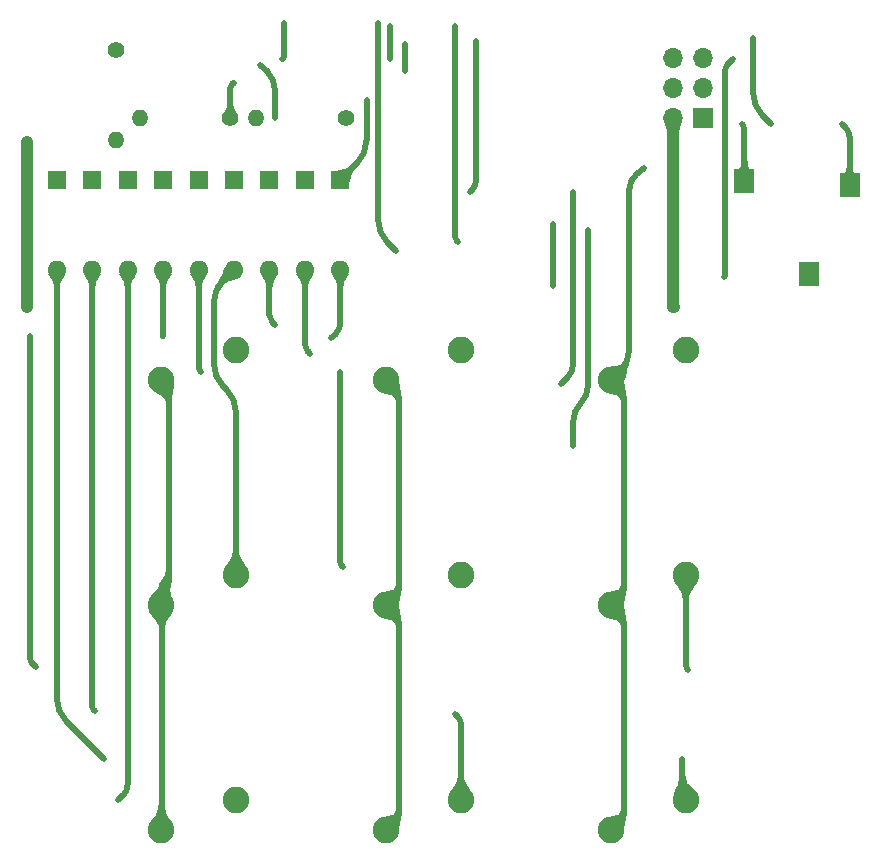
<source format=gbr>
%TF.GenerationSoftware,KiCad,Pcbnew,(6.0.4)*%
%TF.CreationDate,2022-06-27T22:40:44-04:00*%
%TF.ProjectId,xiao-rp2040-keypad,7869616f-2d72-4703-9230-34302d6b6579,rev?*%
%TF.SameCoordinates,Original*%
%TF.FileFunction,Copper,L2,Bot*%
%TF.FilePolarity,Positive*%
%FSLAX46Y46*%
G04 Gerber Fmt 4.6, Leading zero omitted, Abs format (unit mm)*
G04 Created by KiCad (PCBNEW (6.0.4)) date 2022-06-27 22:40:44*
%MOMM*%
%LPD*%
G01*
G04 APERTURE LIST*
%TA.AperFunction,ComponentPad*%
%ADD10C,1.400000*%
%TD*%
%TA.AperFunction,ComponentPad*%
%ADD11O,1.400000X1.400000*%
%TD*%
%TA.AperFunction,ComponentPad*%
%ADD12R,1.600000X1.600000*%
%TD*%
%TA.AperFunction,ComponentPad*%
%ADD13O,1.600000X1.600000*%
%TD*%
%TA.AperFunction,ComponentPad*%
%ADD14C,2.250000*%
%TD*%
%TA.AperFunction,SMDPad,CuDef*%
%ADD15R,1.800000X2.100000*%
%TD*%
%TA.AperFunction,ComponentPad*%
%ADD16R,1.700000X1.700000*%
%TD*%
%TA.AperFunction,ComponentPad*%
%ADD17O,1.700000X1.700000*%
%TD*%
%TA.AperFunction,ViaPad*%
%ADD18C,0.500000*%
%TD*%
%TA.AperFunction,Conductor*%
%ADD19C,0.500000*%
%TD*%
%TA.AperFunction,Conductor*%
%ADD20C,1.000000*%
%TD*%
G04 APERTURE END LIST*
D10*
%TO.P,R2,1*%
%TO.N,Net-(R2-Pad1)*%
X112274466Y-57535534D03*
D11*
%TO.P,R2,2*%
%TO.N,3V3*%
X104654466Y-57535534D03*
%TD*%
D12*
%TO.P,D12,1,K*%
%TO.N,ROW3*%
X87784466Y-62725534D03*
D13*
%TO.P,D12,2,A*%
%TO.N,Net-(D12-Pad2)*%
X87784466Y-70345534D03*
%TD*%
D14*
%TO.P,SW6,1*%
%TO.N,COL3*%
X134690000Y-98745534D03*
%TO.P,SW6,2*%
%TO.N,Net-(D9-Pad2)*%
X141040000Y-96205534D03*
%TD*%
D12*
%TO.P,D5,1,K*%
%TO.N,ROW1*%
X108784466Y-62725534D03*
D13*
%TO.P,D5,2,A*%
%TO.N,Net-(D5-Pad2)*%
X108784466Y-70345534D03*
%TD*%
D14*
%TO.P,SW7,1*%
%TO.N,COL1*%
X96590000Y-117795534D03*
%TO.P,SW7,2*%
%TO.N,Net-(D10-Pad2)*%
X102940000Y-115255534D03*
%TD*%
D12*
%TO.P,D7,1,K*%
%TO.N,ROW2*%
X102784466Y-62725534D03*
D13*
%TO.P,D7,2,A*%
%TO.N,Net-(D7-Pad2)*%
X102784466Y-70345534D03*
%TD*%
D14*
%TO.P,SW3,1*%
%TO.N,COL3*%
X134690000Y-79695534D03*
%TO.P,SW3,2*%
%TO.N,Net-(D6-Pad2)*%
X141040000Y-77155534D03*
%TD*%
%TO.P,SW2,1*%
%TO.N,COL2*%
X115640000Y-79695534D03*
%TO.P,SW2,2*%
%TO.N,Net-(D5-Pad2)*%
X121990000Y-77155534D03*
%TD*%
D10*
%TO.P,R1,1*%
%TO.N,Net-(R1-Pad1)*%
X92750000Y-51725534D03*
D11*
%TO.P,R1,2*%
%TO.N,3V3*%
X92750000Y-59345534D03*
%TD*%
D12*
%TO.P,D10,1,K*%
%TO.N,ROW3*%
X93784466Y-62725534D03*
D13*
%TO.P,D10,2,A*%
%TO.N,Net-(D10-Pad2)*%
X93784466Y-70345534D03*
%TD*%
D14*
%TO.P,SW1,1*%
%TO.N,COL1*%
X96590000Y-79695534D03*
%TO.P,SW1,2*%
%TO.N,Net-(D4-Pad2)*%
X102940000Y-77155534D03*
%TD*%
%TO.P,SW8,1*%
%TO.N,COL2*%
X115640000Y-117795534D03*
%TO.P,SW8,2*%
%TO.N,Net-(D11-Pad2)*%
X121990000Y-115255534D03*
%TD*%
D12*
%TO.P,D6,1,K*%
%TO.N,ROW1*%
X105784466Y-62725534D03*
D13*
%TO.P,D6,2,A*%
%TO.N,Net-(D6-Pad2)*%
X105784466Y-70345534D03*
%TD*%
D14*
%TO.P,SW9,1*%
%TO.N,COL3*%
X134690000Y-117795534D03*
%TO.P,SW9,2*%
%TO.N,Net-(D12-Pad2)*%
X141040000Y-115255534D03*
%TD*%
D12*
%TO.P,D8,1,K*%
%TO.N,ROW2*%
X99784466Y-62725534D03*
D13*
%TO.P,D8,2,A*%
%TO.N,Net-(D8-Pad2)*%
X99784466Y-70345534D03*
%TD*%
D14*
%TO.P,SW4,1*%
%TO.N,COL1*%
X96590000Y-98745534D03*
%TO.P,SW4,2*%
%TO.N,Net-(D7-Pad2)*%
X102940000Y-96205534D03*
%TD*%
D12*
%TO.P,D11,1,K*%
%TO.N,ROW3*%
X90784466Y-62725534D03*
D13*
%TO.P,D11,2,A*%
%TO.N,Net-(D11-Pad2)*%
X90784466Y-70345534D03*
%TD*%
D14*
%TO.P,SW5,1*%
%TO.N,COL2*%
X115640000Y-98745534D03*
%TO.P,SW5,2*%
%TO.N,Net-(D8-Pad2)*%
X121990000Y-96205534D03*
%TD*%
D12*
%TO.P,D4,1,K*%
%TO.N,ROW1*%
X111784466Y-62725534D03*
D13*
%TO.P,D4,2,A*%
%TO.N,Net-(D4-Pad2)*%
X111784466Y-70345534D03*
%TD*%
D10*
%TO.P,R3,1*%
%TO.N,Net-(R3-Pad1)*%
X102464466Y-57535534D03*
D11*
%TO.P,R3,2*%
%TO.N,3V3*%
X94844466Y-57535534D03*
%TD*%
D12*
%TO.P,D9,1,K*%
%TO.N,ROW2*%
X96784466Y-62725534D03*
D13*
%TO.P,D9,2,A*%
%TO.N,Net-(D9-Pad2)*%
X96784466Y-70345534D03*
%TD*%
D15*
%TO.P,J2,1*%
%TO.N,TIP*%
X154900000Y-63214466D03*
%TO.P,J2,2*%
%TO.N,GND*%
X146000000Y-62814466D03*
%TO.P,J2,3*%
%TO.N,RING1*%
X151500000Y-70714466D03*
%TD*%
D16*
%TO.P,J1,1,Pin_1*%
%TO.N,GND*%
X142500000Y-57500000D03*
D17*
%TO.P,J1,2,Pin_2*%
%TO.N,3V3*%
X139960000Y-57500000D03*
%TO.P,J1,3,Pin_3*%
%TO.N,GND*%
X142500000Y-54960000D03*
%TO.P,J1,4,Pin_4*%
%TO.N,5V*%
X139960000Y-54960000D03*
%TO.P,J1,5,Pin_5*%
%TO.N,RING1*%
X142500000Y-52420000D03*
%TO.P,J1,6,Pin_6*%
%TO.N,TIP*%
X139960000Y-52420000D03*
%TD*%
D18*
%TO.N,Net-(D1-Pad1)*%
X117286020Y-51213980D03*
X117286020Y-53536020D03*
%TO.N,ROW1*%
X114000000Y-56000000D03*
%TO.N,Net-(R2-Pad1)*%
X106250000Y-57500000D03*
X105000000Y-53000000D03*
%TO.N,Net-(U1-Pad8)*%
X121750000Y-68000000D03*
X116000000Y-49750000D03*
X121500000Y-49750000D03*
X116000000Y-52500000D03*
%TO.N,Net-(D4-Pad2)*%
X111000000Y-76156014D03*
%TO.N,Net-(D5-Pad2)*%
X109250000Y-77500000D03*
%TO.N,Net-(D6-Pad2)*%
X106250000Y-75000000D03*
%TO.N,Net-(D8-Pad2)*%
X111750000Y-79000000D03*
X112000000Y-95500000D03*
X100000000Y-79000000D03*
%TO.N,Net-(D9-Pad2)*%
X86000000Y-104000000D03*
X85500000Y-76000000D03*
X96750000Y-76000000D03*
X141250000Y-104250000D03*
%TO.N,Net-(D10-Pad2)*%
X93000000Y-115250000D03*
%TO.N,Net-(D11-Pad2)*%
X91000000Y-107750000D03*
X121500000Y-108000000D03*
%TO.N,TIP*%
X154250000Y-58000000D03*
X122750000Y-63750000D03*
X123250000Y-51000000D03*
X148250000Y-58000000D03*
X146750000Y-50750000D03*
%TO.N,RING1*%
X129750000Y-66500000D03*
X144250000Y-71000000D03*
X151500000Y-70714466D03*
X145000000Y-52500000D03*
X129750000Y-71750000D03*
%TO.N,GND*%
X145750000Y-58000000D03*
%TO.N,COL1*%
X97250000Y-85250000D03*
X132750000Y-67000000D03*
X131500000Y-85250000D03*
%TO.N,COL2*%
X131500000Y-63750000D03*
X130500000Y-80000000D03*
%TO.N,COL3*%
X137500000Y-61750000D03*
%TO.N,Net-(R3-Pad1)*%
X102750000Y-54500000D03*
%TO.N,Net-(D12-Pad2)*%
X140750000Y-111750000D03*
X91750000Y-111750000D03*
%TO.N,3V3*%
X140000000Y-73500000D03*
X85250000Y-59500000D03*
X85250000Y-73500000D03*
%TO.N,Net-(D2-Pad1)*%
X115000000Y-49500000D03*
X116500000Y-68750000D03*
X106864466Y-52535534D03*
X107000000Y-49500000D03*
%TD*%
D19*
%TO.N,Net-(D1-Pad1)*%
X117286020Y-53536020D02*
X117286020Y-51213980D01*
%TO.N,ROW1*%
X113203103Y-61306896D02*
X111784466Y-62725534D01*
X114000000Y-56000000D02*
X114000000Y-59383018D01*
X113203100Y-61306893D02*
G75*
G03*
X114000000Y-59383018I-1923900J1923893D01*
G01*
%TO.N,Net-(R2-Pad1)*%
X105625000Y-53625000D02*
X105000000Y-53000000D01*
X106250000Y-55133883D02*
X106250000Y-57500000D01*
X105624995Y-53625005D02*
G75*
G02*
X106250000Y-55133883I-1508895J-1508895D01*
G01*
%TO.N,Net-(U1-Pad8)*%
X121625000Y-67875000D02*
X121750000Y-68000000D01*
X116000000Y-52500000D02*
X116000000Y-49750000D01*
X121500000Y-67573223D02*
X121500000Y-49750000D01*
X121625007Y-67874993D02*
G75*
G02*
X121500000Y-67573223I301793J301793D01*
G01*
%TO.N,Net-(D4-Pad2)*%
X111392233Y-75763781D02*
X111000000Y-76156014D01*
X111784466Y-74816846D02*
X111784466Y-70345534D01*
X111784499Y-74816846D02*
G75*
G02*
X111392233Y-75763781I-1339199J46D01*
G01*
%TO.N,Net-(D5-Pad2)*%
X109250000Y-77500000D02*
X109017233Y-77267233D01*
X108784466Y-76705283D02*
X108784466Y-70345534D01*
X109017221Y-77267245D02*
G75*
G02*
X108784466Y-76705283I561979J561945D01*
G01*
%TO.N,Net-(D6-Pad2)*%
X106250000Y-75000000D02*
X106017233Y-74767233D01*
X105784466Y-74205283D02*
X105784466Y-70345534D01*
X106017221Y-74767245D02*
G75*
G02*
X105784466Y-74205283I561979J561945D01*
G01*
%TO.N,Net-(D7-Pad2)*%
X101065489Y-73191492D02*
X101065489Y-78283028D01*
X101862385Y-71267614D02*
X102784466Y-70345534D01*
X102143103Y-80487624D02*
X101862385Y-80206906D01*
X102940000Y-82411502D02*
X102940000Y-96205534D01*
X102939990Y-82411502D02*
G75*
G03*
X102143103Y-80487624I-2720790J2D01*
G01*
X101862392Y-80206899D02*
G75*
G02*
X101065489Y-78283028I1923908J1923899D01*
G01*
X101065494Y-73191492D02*
G75*
G02*
X101862385Y-71267614I2720806J-8D01*
G01*
%TO.N,Net-(D8-Pad2)*%
X100000000Y-79000000D02*
X99892233Y-78892233D01*
X111750000Y-79000000D02*
X111750000Y-95073223D01*
X112000000Y-95500000D02*
X111875000Y-95375000D01*
X99784466Y-78632060D02*
X99784466Y-70345534D01*
X99784493Y-78632060D02*
G75*
G03*
X99892233Y-78892233I367907J-40D01*
G01*
X111875007Y-95374993D02*
G75*
G02*
X111750000Y-95073223I301793J301793D01*
G01*
%TO.N,Net-(D9-Pad2)*%
X85750000Y-103750000D02*
X86000000Y-104000000D01*
X96784466Y-75941162D02*
X96784466Y-70345534D01*
X141145000Y-104145000D02*
X141250000Y-104250000D01*
X141040000Y-103891507D02*
X141040000Y-96205534D01*
X85500000Y-76000000D02*
X85500000Y-103146446D01*
X96767233Y-75982767D02*
X96750000Y-76000000D01*
X85749984Y-103750016D02*
G75*
G02*
X85500000Y-103146446I603516J603516D01*
G01*
X141145002Y-104144998D02*
G75*
G02*
X141040000Y-103891507I253498J253498D01*
G01*
X96784431Y-75941162D02*
G75*
G02*
X96767233Y-75982767I-58831J-38D01*
G01*
%TO.N,Net-(D10-Pad2)*%
X93392233Y-114857767D02*
X93000000Y-115250000D01*
X93784466Y-113910832D02*
X93784466Y-70345534D01*
X93784489Y-113910832D02*
G75*
G02*
X93392233Y-114857767I-1339189J32D01*
G01*
%TO.N,Net-(D11-Pad2)*%
X90784466Y-107382060D02*
X90784466Y-70345534D01*
X121745000Y-108245000D02*
X121500000Y-108000000D01*
X90892233Y-107642233D02*
X91000000Y-107750000D01*
X121990000Y-108836482D02*
X121990000Y-115255534D01*
X121990007Y-108836482D02*
G75*
G03*
X121745000Y-108245000I-836507J-18D01*
G01*
X90784493Y-107382060D02*
G75*
G03*
X90892233Y-107642233I367907J-40D01*
G01*
%TO.N,TIP*%
X123250000Y-51000000D02*
X123250000Y-62896446D01*
X154900000Y-59109619D02*
X154900000Y-63214466D01*
X148250000Y-58000000D02*
X147500000Y-57250000D01*
X122750000Y-63750000D02*
X123000000Y-63500000D01*
X146750000Y-50750000D02*
X146750000Y-55439339D01*
X154250000Y-58000000D02*
X154575000Y-58325000D01*
X154575006Y-58324994D02*
G75*
G02*
X154900000Y-59109619I-784606J-784606D01*
G01*
X146749984Y-55439339D02*
G75*
G03*
X147500000Y-57250000I2560716J39D01*
G01*
X123250019Y-62896446D02*
G75*
G02*
X123000000Y-63500000I-853619J46D01*
G01*
%TO.N,RING1*%
X145000000Y-52500000D02*
X144675244Y-52824755D01*
X129750000Y-71750000D02*
X129750000Y-66500000D01*
X144350489Y-70828454D02*
X144350489Y-53608784D01*
X144300244Y-70949755D02*
X144250000Y-71000000D01*
X144350514Y-70828454D02*
G75*
G02*
X144300244Y-70949755I-171614J54D01*
G01*
X144675247Y-52824758D02*
G75*
G03*
X144350489Y-53608784I784053J-784042D01*
G01*
%TO.N,GND*%
X146000000Y-58426776D02*
X146000000Y-62814466D01*
X145750000Y-58000000D02*
X145875000Y-58125000D01*
X145874993Y-58125007D02*
G75*
G02*
X146000000Y-58426776I-301793J-301793D01*
G01*
%TO.N,COL1*%
X97250000Y-95893347D02*
X97250000Y-85250000D01*
X96617260Y-117768273D02*
X96590000Y-117795534D01*
X96920000Y-80025534D02*
X96590000Y-79695534D01*
X131500000Y-85250000D02*
X131500000Y-83166260D01*
X97250000Y-85250000D02*
X97250000Y-80822224D01*
X96590000Y-97486728D02*
X96590000Y-98745534D01*
X96644521Y-117702460D02*
X96644521Y-98838607D01*
X132750000Y-67000000D02*
X132750000Y-80148493D01*
X96617290Y-117768303D02*
G75*
G03*
X96644521Y-117702460I-65890J65803D01*
G01*
X96590023Y-97486728D02*
G75*
G02*
X96920000Y-96690038I1126677J28D01*
G01*
X97249979Y-80822224D02*
G75*
G03*
X96919999Y-80025535I-1126679J24D01*
G01*
X96617273Y-98772781D02*
G75*
G02*
X96644521Y-98838607I-65873J-65819D01*
G01*
X131499977Y-83166260D02*
G75*
G02*
X132125000Y-81657377I2133923J-40D01*
G01*
X96919978Y-96690016D02*
G75*
G03*
X97250000Y-95893347I-796678J796716D01*
G01*
X132749990Y-80148493D02*
G75*
G02*
X132125000Y-81657377I-2133890J-7D01*
G01*
%TO.N,COL2*%
X131500000Y-63750000D02*
X131500000Y-78292893D01*
X116202500Y-117233034D02*
X115640000Y-117795534D01*
X131000000Y-79500000D02*
X130500000Y-80000000D01*
X116765000Y-115875038D02*
X116765000Y-100666029D01*
X116202500Y-80258034D02*
X115640000Y-79695534D01*
X116765000Y-81616029D02*
X116765000Y-96825038D01*
X116764977Y-100666029D02*
G75*
G03*
X116202499Y-99308035I-1920477J29D01*
G01*
X116764977Y-81616029D02*
G75*
G03*
X116202499Y-80258035I-1920477J29D01*
G01*
X116202466Y-98183000D02*
G75*
G03*
X116202500Y-99308034I562534J-562500D01*
G01*
X131499997Y-78292893D02*
G75*
G02*
X131000000Y-79500000I-1707097J-7D01*
G01*
X116765026Y-115875038D02*
G75*
G02*
X116202500Y-117233034I-1920526J38D01*
G01*
X116765026Y-96825038D02*
G75*
G02*
X116202500Y-98183034I-1920526J38D01*
G01*
%TO.N,COL3*%
X137500000Y-61750000D02*
X136875000Y-62250000D01*
X135815000Y-100666029D02*
X135815000Y-115875038D01*
X135252500Y-79133034D02*
X135470000Y-78915534D01*
X135252500Y-117233034D02*
X134690000Y-117795534D01*
X135815000Y-81616029D02*
X135815000Y-96825038D01*
X136250000Y-63550390D02*
X136250000Y-77032447D01*
X135814977Y-81616029D02*
G75*
G03*
X135252499Y-80258035I-1920477J29D01*
G01*
X135252516Y-99308018D02*
G75*
G02*
X135815000Y-100666029I-1358016J-1357982D01*
G01*
X136250029Y-77032447D02*
G75*
G02*
X135470000Y-78915534I-2663129J47D01*
G01*
X135252534Y-99308000D02*
G75*
G02*
X135252500Y-98183034I562466J562500D01*
G01*
X135252482Y-117233016D02*
G75*
G03*
X135815000Y-115875038I-1357982J1358016D01*
G01*
X135252534Y-80258000D02*
G75*
G02*
X135252500Y-79133034I562466J562500D01*
G01*
X135815026Y-96825038D02*
G75*
G02*
X135252500Y-98183034I-1920526J38D01*
G01*
X136249988Y-63550390D02*
G75*
G02*
X136875000Y-62250000I1665312J-10D01*
G01*
%TO.N,Net-(R3-Pad1)*%
X102750000Y-54500000D02*
X102607233Y-54642767D01*
X102464466Y-54987437D02*
X102464466Y-57535534D01*
X102607215Y-54642749D02*
G75*
G03*
X102464466Y-54987437I344685J-344651D01*
G01*
%TO.N,Net-(D12-Pad2)*%
X87784466Y-106657484D02*
X87784466Y-70345534D01*
X140750000Y-111750000D02*
X140750000Y-114760473D01*
X88581362Y-108581362D02*
X91750000Y-111750000D01*
X140895000Y-115110534D02*
X141040000Y-115255534D01*
X140894978Y-115110556D02*
G75*
G02*
X140750000Y-114760473I350122J350056D01*
G01*
X87784466Y-106657484D02*
G75*
G03*
X88581363Y-108581361I2720734J-16D01*
G01*
D20*
%TO.N,3V3*%
X139980000Y-73480000D02*
X140000000Y-73500000D01*
X139960000Y-73431715D02*
X139960000Y-57500000D01*
X85250000Y-73500000D02*
X85250000Y-59500000D01*
X139980005Y-73479995D02*
G75*
G02*
X139960000Y-73431715I48295J48295D01*
G01*
D19*
%TO.N,Net-(D2-Pad1)*%
X115000000Y-49500000D02*
X115000000Y-66189339D01*
X116500000Y-68750000D02*
X115750000Y-68000000D01*
X106864466Y-52535534D02*
X106932233Y-52467767D01*
X107000000Y-52304162D02*
X107000000Y-49500000D01*
X114999984Y-66189339D02*
G75*
G03*
X115750000Y-68000000I2560716J39D01*
G01*
X106932258Y-52467792D02*
G75*
G03*
X107000000Y-52304162I-163658J163592D01*
G01*
%TD*%
%TA.AperFunction,Conductor*%
%TO.N,COL2*%
G36*
X115292254Y-79268366D02*
G01*
X116366576Y-79561521D01*
X116756512Y-79667925D01*
X116763591Y-79673409D01*
X116765118Y-79678652D01*
X116775690Y-79899974D01*
X116795831Y-80095659D01*
X116822864Y-80266671D01*
X116822884Y-80266769D01*
X116822885Y-80266775D01*
X116854514Y-80422442D01*
X116854519Y-80422465D01*
X116888528Y-80572494D01*
X116888512Y-80572498D01*
X116888540Y-80572548D01*
X116922578Y-80726024D01*
X116922648Y-80726360D01*
X116954477Y-80892817D01*
X116954564Y-80893336D01*
X116981933Y-81082238D01*
X116982002Y-81082814D01*
X116994164Y-81212813D01*
X117002672Y-81303759D01*
X117002711Y-81304328D01*
X117013892Y-81555101D01*
X117010837Y-81563518D01*
X117002469Y-81567319D01*
X116670089Y-81574816D01*
X116525187Y-81578085D01*
X116516839Y-81574846D01*
X116513304Y-81567761D01*
X116512803Y-81563518D01*
X116489849Y-81369322D01*
X116429371Y-81211967D01*
X116337465Y-81097170D01*
X116218483Y-81015847D01*
X116076771Y-80958909D01*
X116076412Y-80958816D01*
X116076407Y-80958814D01*
X116013969Y-80942574D01*
X115916680Y-80917270D01*
X115916543Y-80917242D01*
X115916534Y-80917240D01*
X115742610Y-80881853D01*
X115742556Y-80881842D01*
X115559074Y-80843608D01*
X115558456Y-80843462D01*
X115486577Y-80824360D01*
X115370171Y-80793424D01*
X115369083Y-80793076D01*
X115187655Y-80725025D01*
X115181113Y-80718912D01*
X115180092Y-80713278D01*
X115277501Y-79278860D01*
X115281480Y-79270838D01*
X115289967Y-79267980D01*
X115292254Y-79268366D01*
G37*
%TD.AperFunction*%
%TD*%
%TA.AperFunction,Conductor*%
%TO.N,COL1*%
G36*
X97707051Y-79692682D02*
G01*
X97713681Y-79698702D01*
X97714797Y-79703977D01*
X97708987Y-79945058D01*
X97708956Y-79945671D01*
X97692663Y-80158106D01*
X97692601Y-80158709D01*
X97668591Y-80344634D01*
X97668518Y-80345118D01*
X97639344Y-80514809D01*
X97639299Y-80515057D01*
X97607500Y-80678839D01*
X97575680Y-80846734D01*
X97546439Y-81028834D01*
X97546427Y-81028941D01*
X97546424Y-81028959D01*
X97545332Y-81038327D01*
X97522360Y-81235335D01*
X97506020Y-81476435D01*
X97506017Y-81476582D01*
X97506016Y-81476602D01*
X97500241Y-81750877D01*
X97496641Y-81759076D01*
X97488544Y-81762331D01*
X97010900Y-81762331D01*
X97002627Y-81758904D01*
X96999229Y-81751458D01*
X96984873Y-81548949D01*
X96984837Y-81548435D01*
X96941301Y-81376776D01*
X96872317Y-81239666D01*
X96780812Y-81129413D01*
X96669712Y-81038327D01*
X96654476Y-81028834D01*
X96542105Y-80958820D01*
X96542098Y-80958816D01*
X96541944Y-80958720D01*
X96490936Y-80931391D01*
X96400462Y-80882915D01*
X96400435Y-80882901D01*
X96331152Y-80846641D01*
X96248298Y-80803278D01*
X96247930Y-80803077D01*
X96088262Y-80712075D01*
X96087546Y-80711632D01*
X95929823Y-80606028D01*
X95924855Y-80598578D01*
X95925091Y-80593063D01*
X96324390Y-79209835D01*
X96329977Y-79202838D01*
X96339582Y-79202068D01*
X97707051Y-79692682D01*
G37*
%TD.AperFunction*%
%TD*%
%TA.AperFunction,Conductor*%
%TO.N,Net-(D9-Pad2)*%
G36*
X96792899Y-69954303D02*
G01*
X97498644Y-70688191D01*
X97501909Y-70696530D01*
X97500592Y-70701696D01*
X97431980Y-70833679D01*
X97431367Y-70834858D01*
X97431082Y-70835373D01*
X97360755Y-70955464D01*
X97360580Y-70955754D01*
X97293931Y-71062022D01*
X97232236Y-71160543D01*
X97232201Y-71160605D01*
X97232189Y-71160624D01*
X97196500Y-71222958D01*
X97176766Y-71257423D01*
X97128712Y-71358901D01*
X97128612Y-71359186D01*
X97128609Y-71359193D01*
X97089373Y-71470905D01*
X97089371Y-71470913D01*
X97089265Y-71471214D01*
X97059614Y-71600599D01*
X97040951Y-71753293D01*
X97040942Y-71753533D01*
X97040942Y-71753539D01*
X97034868Y-71924250D01*
X97031149Y-71932396D01*
X97023175Y-71935534D01*
X96545757Y-71935534D01*
X96537484Y-71932107D01*
X96534064Y-71924250D01*
X96527989Y-71753539D01*
X96527989Y-71753533D01*
X96527980Y-71753293D01*
X96509317Y-71600599D01*
X96479666Y-71471214D01*
X96479560Y-71470913D01*
X96479558Y-71470905D01*
X96440322Y-71359193D01*
X96440319Y-71359186D01*
X96440219Y-71358901D01*
X96392165Y-71257423D01*
X96372431Y-71222958D01*
X96336742Y-71160624D01*
X96336730Y-71160605D01*
X96336695Y-71160543D01*
X96275000Y-71062022D01*
X96208351Y-70955754D01*
X96208176Y-70955464D01*
X96137849Y-70835373D01*
X96137564Y-70834858D01*
X96068340Y-70701698D01*
X96067564Y-70692776D01*
X96070288Y-70688191D01*
X96776033Y-69954303D01*
X96784237Y-69950715D01*
X96792899Y-69954303D01*
G37*
%TD.AperFunction*%
%TD*%
%TA.AperFunction,Conductor*%
%TO.N,COL2*%
G36*
X116764713Y-98720163D02*
G01*
X116765926Y-98745559D01*
X116765926Y-98745560D01*
X116775690Y-98949974D01*
X116795831Y-99145659D01*
X116822864Y-99316671D01*
X116822884Y-99316769D01*
X116822885Y-99316775D01*
X116854514Y-99472442D01*
X116854519Y-99472465D01*
X116888528Y-99622494D01*
X116888512Y-99622498D01*
X116888540Y-99622548D01*
X116922578Y-99776024D01*
X116922648Y-99776360D01*
X116954477Y-99942817D01*
X116954564Y-99943336D01*
X116981933Y-100132238D01*
X116982002Y-100132814D01*
X116994164Y-100262813D01*
X117002672Y-100353759D01*
X117002711Y-100354328D01*
X117013892Y-100605101D01*
X117010837Y-100613518D01*
X117002469Y-100617319D01*
X116670089Y-100624816D01*
X116525187Y-100628085D01*
X116516839Y-100624846D01*
X116513304Y-100617761D01*
X116512803Y-100613518D01*
X116489849Y-100419322D01*
X116429371Y-100261967D01*
X116337465Y-100147170D01*
X116218483Y-100065847D01*
X116076771Y-100008909D01*
X116076412Y-100008816D01*
X116076407Y-100008814D01*
X116013969Y-99992574D01*
X115916680Y-99967270D01*
X115916543Y-99967242D01*
X115916534Y-99967240D01*
X115742610Y-99931853D01*
X115742556Y-99931842D01*
X115559074Y-99893608D01*
X115558456Y-99893462D01*
X115486577Y-99874360D01*
X115370171Y-99843424D01*
X115369083Y-99843076D01*
X115187655Y-99775025D01*
X115181113Y-99768912D01*
X115180092Y-99763278D01*
X115189652Y-99622494D01*
X115278469Y-98314604D01*
X116764713Y-98720163D01*
G37*
%TD.AperFunction*%
%TD*%
%TA.AperFunction,Conductor*%
%TO.N,COL3*%
G36*
X135814713Y-98720153D02*
G01*
X135815926Y-98745546D01*
X135815926Y-98745551D01*
X135825693Y-98949963D01*
X135845835Y-99145647D01*
X135872870Y-99316659D01*
X135904528Y-99472452D01*
X135904550Y-99472548D01*
X135938527Y-99622426D01*
X135938539Y-99622480D01*
X135972591Y-99776009D01*
X135972661Y-99776345D01*
X136004491Y-99942801D01*
X136004578Y-99943320D01*
X136031950Y-100132221D01*
X136032019Y-100132797D01*
X136044037Y-100261246D01*
X136052691Y-100353741D01*
X136052730Y-100354310D01*
X136063914Y-100605082D01*
X136060860Y-100613499D01*
X136052490Y-100617300D01*
X135653521Y-100626303D01*
X135575209Y-100628070D01*
X135566861Y-100624831D01*
X135563326Y-100617746D01*
X135539869Y-100419307D01*
X135479388Y-100261952D01*
X135478823Y-100261246D01*
X135388023Y-100147833D01*
X135388020Y-100147830D01*
X135387481Y-100147157D01*
X135268495Y-100065836D01*
X135126782Y-100008901D01*
X135126432Y-100008810D01*
X135126426Y-100008808D01*
X135020373Y-99981226D01*
X134966688Y-99967264D01*
X134792565Y-99931840D01*
X134609078Y-99893607D01*
X134608460Y-99893461D01*
X134420182Y-99843427D01*
X134419078Y-99843074D01*
X134237657Y-99775026D01*
X134231114Y-99768912D01*
X134230093Y-99763278D01*
X134249847Y-99472378D01*
X134328468Y-98314604D01*
X135814713Y-98720153D01*
G37*
%TD.AperFunction*%
%TD*%
%TA.AperFunction,Conductor*%
%TO.N,Net-(D10-Pad2)*%
G36*
X93792899Y-69954303D02*
G01*
X94498644Y-70688191D01*
X94501909Y-70696530D01*
X94500592Y-70701696D01*
X94431980Y-70833679D01*
X94431367Y-70834858D01*
X94431082Y-70835373D01*
X94360755Y-70955464D01*
X94360580Y-70955754D01*
X94293931Y-71062022D01*
X94232236Y-71160543D01*
X94232201Y-71160605D01*
X94232189Y-71160624D01*
X94196500Y-71222958D01*
X94176766Y-71257423D01*
X94128712Y-71358901D01*
X94128612Y-71359186D01*
X94128609Y-71359193D01*
X94089373Y-71470905D01*
X94089371Y-71470913D01*
X94089265Y-71471214D01*
X94059614Y-71600599D01*
X94040951Y-71753293D01*
X94040942Y-71753533D01*
X94040942Y-71753539D01*
X94034868Y-71924250D01*
X94031149Y-71932396D01*
X94023175Y-71935534D01*
X93545757Y-71935534D01*
X93537484Y-71932107D01*
X93534064Y-71924250D01*
X93527989Y-71753539D01*
X93527989Y-71753533D01*
X93527980Y-71753293D01*
X93509317Y-71600599D01*
X93479666Y-71471214D01*
X93479560Y-71470913D01*
X93479558Y-71470905D01*
X93440322Y-71359193D01*
X93440319Y-71359186D01*
X93440219Y-71358901D01*
X93392165Y-71257423D01*
X93372431Y-71222958D01*
X93336742Y-71160624D01*
X93336730Y-71160605D01*
X93336695Y-71160543D01*
X93275000Y-71062022D01*
X93208351Y-70955754D01*
X93208176Y-70955464D01*
X93137849Y-70835373D01*
X93137564Y-70834858D01*
X93068340Y-70701698D01*
X93067564Y-70692776D01*
X93070288Y-70688191D01*
X93776033Y-69954303D01*
X93784237Y-69950715D01*
X93792899Y-69954303D01*
G37*
%TD.AperFunction*%
%TD*%
%TA.AperFunction,Conductor*%
%TO.N,COL3*%
G36*
X136310874Y-78032001D02*
G01*
X136317459Y-78038067D01*
X136317881Y-78046861D01*
X136225876Y-78308847D01*
X136193190Y-78412157D01*
X136153941Y-78536214D01*
X136152158Y-78541848D01*
X136095520Y-78744048D01*
X136050932Y-78924516D01*
X136050915Y-78924592D01*
X136013361Y-79092321D01*
X135977782Y-79256524D01*
X135977755Y-79256643D01*
X135939187Y-79426084D01*
X135939120Y-79426362D01*
X135892508Y-79610257D01*
X135892411Y-79610617D01*
X135832708Y-79818123D01*
X135832594Y-79818494D01*
X135754727Y-80058823D01*
X134294468Y-80095484D01*
X134301256Y-79610449D01*
X134314786Y-78643545D01*
X134318328Y-78635321D01*
X134323197Y-78632480D01*
X134373263Y-78617826D01*
X134521122Y-78574547D01*
X134522175Y-78574291D01*
X134689446Y-78541749D01*
X134717361Y-78536318D01*
X134717986Y-78536215D01*
X134761743Y-78530173D01*
X134902520Y-78510736D01*
X134902601Y-78510725D01*
X135018350Y-78495568D01*
X135075973Y-78488023D01*
X135076097Y-78488000D01*
X135076105Y-78487999D01*
X135237130Y-78458431D01*
X135237133Y-78458430D01*
X135237461Y-78458370D01*
X135307785Y-78436507D01*
X135386110Y-78412157D01*
X135386112Y-78412156D01*
X135386640Y-78411992D01*
X135444384Y-78381157D01*
X135522510Y-78339438D01*
X135522513Y-78339436D01*
X135523114Y-78339115D01*
X135646482Y-78229961D01*
X135756348Y-78074757D01*
X135769034Y-78046861D01*
X135847819Y-77873605D01*
X135854364Y-77867492D01*
X135862501Y-77867464D01*
X136310874Y-78032001D01*
G37*
%TD.AperFunction*%
%TD*%
%TA.AperFunction,Conductor*%
%TO.N,COL2*%
G36*
X116802986Y-96869266D02*
G01*
X117002514Y-96873776D01*
X117010708Y-96877389D01*
X117013938Y-96885995D01*
X117002746Y-97136772D01*
X117002707Y-97137336D01*
X116983330Y-97344397D01*
X116982031Y-97358275D01*
X116981962Y-97358851D01*
X116972344Y-97425228D01*
X116954588Y-97547766D01*
X116954501Y-97548285D01*
X116922670Y-97714745D01*
X116922600Y-97715081D01*
X116919782Y-97727787D01*
X116888549Y-97868612D01*
X116854539Y-98018643D01*
X116822881Y-98174438D01*
X116795845Y-98345453D01*
X116775699Y-98541140D01*
X116764712Y-98770955D01*
X115278465Y-99176461D01*
X115180102Y-97727787D01*
X115182960Y-97719300D01*
X115187666Y-97716039D01*
X115369088Y-97647991D01*
X115370192Y-97647638D01*
X115558471Y-97597604D01*
X115559089Y-97597458D01*
X115742575Y-97559225D01*
X115742629Y-97559214D01*
X115916552Y-97523830D01*
X115916561Y-97523828D01*
X115916698Y-97523800D01*
X116004886Y-97500865D01*
X116076435Y-97482257D01*
X116076441Y-97482255D01*
X116076791Y-97482164D01*
X116218504Y-97425228D01*
X116337490Y-97343905D01*
X116429401Y-97229109D01*
X116464783Y-97137061D01*
X116489625Y-97072431D01*
X116489886Y-97071752D01*
X116513350Y-96873311D01*
X116517725Y-96865498D01*
X116525232Y-96862988D01*
X116802986Y-96869266D01*
G37*
%TD.AperFunction*%
%TD*%
%TA.AperFunction,Conductor*%
%TO.N,COL1*%
G36*
X96891583Y-115540887D02*
G01*
X96894999Y-115548661D01*
X96905937Y-115805067D01*
X96938360Y-116027051D01*
X96989047Y-116213361D01*
X97055255Y-116373947D01*
X97134243Y-116518757D01*
X97134357Y-116518935D01*
X97223245Y-116657705D01*
X97223294Y-116657779D01*
X97319509Y-116800729D01*
X97319650Y-116800943D01*
X97420292Y-116957760D01*
X97420624Y-116958311D01*
X97522929Y-117138839D01*
X97523327Y-117139605D01*
X97621267Y-117346711D01*
X97621706Y-117355655D01*
X97618724Y-117360219D01*
X96571811Y-118349029D01*
X96563443Y-118352218D01*
X96554964Y-118348218D01*
X96254634Y-118004250D01*
X95607816Y-117263449D01*
X95604956Y-117254964D01*
X95606574Y-117249774D01*
X95720160Y-117058821D01*
X95720593Y-117058145D01*
X95836106Y-116891189D01*
X95836425Y-116890750D01*
X95837729Y-116889041D01*
X95947504Y-116745123D01*
X96051701Y-116611497D01*
X96146451Y-116480642D01*
X96210771Y-116373947D01*
X96229169Y-116343428D01*
X96229172Y-116343422D01*
X96229356Y-116343117D01*
X96298016Y-116189479D01*
X96350030Y-116010285D01*
X96373767Y-115856064D01*
X96382949Y-115796412D01*
X96382949Y-115796410D01*
X96382998Y-115796093D01*
X96394023Y-115548639D01*
X96397814Y-115540527D01*
X96405711Y-115537460D01*
X96883310Y-115537460D01*
X96891583Y-115540887D01*
G37*
%TD.AperFunction*%
%TD*%
%TA.AperFunction,Conductor*%
%TO.N,Net-(D11-Pad2)*%
G36*
X122237078Y-113013961D02*
G01*
X122240494Y-113021718D01*
X122251539Y-113271854D01*
X122284418Y-113488316D01*
X122336026Y-113669588D01*
X122403755Y-113825335D01*
X122484993Y-113965225D01*
X122577132Y-114098925D01*
X122577155Y-114098956D01*
X122577168Y-114098975D01*
X122677519Y-114236043D01*
X122677637Y-114236208D01*
X122783496Y-114386170D01*
X122783834Y-114386676D01*
X122892625Y-114559186D01*
X122893053Y-114559922D01*
X122998504Y-114757665D01*
X122999373Y-114766577D01*
X122996613Y-114771280D01*
X121998433Y-115809265D01*
X121990229Y-115812853D01*
X121981567Y-115809265D01*
X120983387Y-114771280D01*
X120980122Y-114762941D01*
X120981496Y-114757665D01*
X121086946Y-114559922D01*
X121087374Y-114559186D01*
X121196165Y-114386676D01*
X121196503Y-114386170D01*
X121302362Y-114236208D01*
X121302480Y-114236043D01*
X121402831Y-114098975D01*
X121402844Y-114098956D01*
X121402867Y-114098925D01*
X121495006Y-113965225D01*
X121576244Y-113825335D01*
X121643973Y-113669588D01*
X121695581Y-113488316D01*
X121728460Y-113271854D01*
X121739506Y-113021718D01*
X121743295Y-113013604D01*
X121751195Y-113010534D01*
X122228805Y-113010534D01*
X122237078Y-113013961D01*
G37*
%TD.AperFunction*%
%TD*%
%TA.AperFunction,Conductor*%
%TO.N,TIP*%
G36*
X155147020Y-61427893D02*
G01*
X155150438Y-61435710D01*
X155158046Y-61630784D01*
X155181098Y-61802883D01*
X155217525Y-61948049D01*
X155265695Y-62073569D01*
X155323978Y-62186729D01*
X155390743Y-62294816D01*
X155390772Y-62294859D01*
X155390780Y-62294872D01*
X155464316Y-62405054D01*
X155464358Y-62405117D01*
X155543080Y-62524745D01*
X155543323Y-62525132D01*
X155625439Y-62661208D01*
X155625780Y-62661813D01*
X155706077Y-62814697D01*
X155706890Y-62823615D01*
X155704152Y-62828247D01*
X154908433Y-63655697D01*
X154900229Y-63659285D01*
X154891567Y-63655697D01*
X154095848Y-62828247D01*
X154092583Y-62819908D01*
X154093923Y-62814697D01*
X154174219Y-62661813D01*
X154174560Y-62661208D01*
X154256676Y-62525132D01*
X154256919Y-62524745D01*
X154335641Y-62405117D01*
X154335683Y-62405054D01*
X154409219Y-62294872D01*
X154409227Y-62294859D01*
X154409256Y-62294816D01*
X154476021Y-62186729D01*
X154534304Y-62073569D01*
X154582474Y-61948049D01*
X154618901Y-61802883D01*
X154641953Y-61630784D01*
X154649561Y-61435709D01*
X154653308Y-61427577D01*
X154661252Y-61424466D01*
X155138747Y-61424466D01*
X155147020Y-61427893D01*
G37*
%TD.AperFunction*%
%TD*%
%TA.AperFunction,Conductor*%
%TO.N,COL1*%
G36*
X97465620Y-95606390D02*
G01*
X97470833Y-95614362D01*
X97527129Y-95963131D01*
X97527266Y-95964437D01*
X97542152Y-96275962D01*
X97542145Y-96277199D01*
X97526266Y-96550352D01*
X97526175Y-96551279D01*
X97509641Y-96669867D01*
X97491968Y-96796619D01*
X97491907Y-96797008D01*
X97475472Y-96890408D01*
X97451816Y-97024846D01*
X97442418Y-97086820D01*
X97418403Y-97245174D01*
X97404232Y-97468088D01*
X97421835Y-97703870D01*
X97483747Y-97962799D01*
X97483913Y-97963206D01*
X97483913Y-97963208D01*
X97599641Y-98248121D01*
X97599579Y-98257076D01*
X97597234Y-98260634D01*
X96590000Y-99308034D01*
X96061297Y-98758247D01*
X96059867Y-98756760D01*
X96059866Y-98756758D01*
X95583641Y-98261544D01*
X95580376Y-98253205D01*
X95581981Y-98247516D01*
X95758848Y-97945845D01*
X95759816Y-97944440D01*
X95964579Y-97689271D01*
X95965413Y-97688339D01*
X96181926Y-97470873D01*
X96182371Y-97470449D01*
X96398373Y-97275180D01*
X96398390Y-97275164D01*
X96430690Y-97245174D01*
X96601238Y-97086820D01*
X96778310Y-96890036D01*
X96917165Y-96669292D01*
X96957321Y-96550827D01*
X97005145Y-96409736D01*
X97005145Y-96409734D01*
X97005378Y-96409048D01*
X97015894Y-96277199D01*
X97030475Y-96094374D01*
X97030475Y-96094371D01*
X97030523Y-96093768D01*
X96981568Y-95718585D01*
X96983896Y-95709938D01*
X96990696Y-95705636D01*
X97456809Y-95604791D01*
X97465620Y-95606390D01*
G37*
%TD.AperFunction*%
%TD*%
%TA.AperFunction,Conductor*%
%TO.N,Net-(D12-Pad2)*%
G36*
X140997137Y-113038900D02*
G01*
X141000550Y-113046594D01*
X141011710Y-113272370D01*
X141045608Y-113468102D01*
X141099840Y-113630755D01*
X141172554Y-113768414D01*
X141261897Y-113889164D01*
X141366018Y-114001093D01*
X141366139Y-114001208D01*
X141366143Y-114001212D01*
X141483007Y-114112232D01*
X141483104Y-114112323D01*
X141611071Y-114230724D01*
X141611286Y-114230929D01*
X141670825Y-114289010D01*
X141748284Y-114364574D01*
X141748730Y-114365033D01*
X141887512Y-114516083D01*
X141890586Y-114524494D01*
X141889124Y-114529679D01*
X141349164Y-115501904D01*
X141189907Y-115788653D01*
X141182895Y-115794221D01*
X141173603Y-115792971D01*
X139942974Y-115045118D01*
X139937684Y-115037893D01*
X139937665Y-115032422D01*
X139993510Y-114796649D01*
X139993773Y-114795714D01*
X140060814Y-114590435D01*
X140061108Y-114589634D01*
X140085653Y-114529680D01*
X140133929Y-114411763D01*
X140134145Y-114411269D01*
X140155660Y-114365033D01*
X140209213Y-114249942D01*
X140218321Y-114230724D01*
X140282806Y-114094660D01*
X140282816Y-114094638D01*
X140282849Y-114094568D01*
X140297745Y-114059765D01*
X140351192Y-113934893D01*
X140351195Y-113934886D01*
X140351285Y-113934675D01*
X140410870Y-113759541D01*
X140457952Y-113558444D01*
X140488879Y-113320662D01*
X140499562Y-113046717D01*
X140503309Y-113038584D01*
X140511253Y-113035473D01*
X140988864Y-113035473D01*
X140997137Y-113038900D01*
G37*
%TD.AperFunction*%
%TD*%
%TA.AperFunction,Conductor*%
%TO.N,COL3*%
G36*
X135852986Y-96869266D02*
G01*
X136052514Y-96873776D01*
X136060708Y-96877389D01*
X136063938Y-96885995D01*
X136052746Y-97136772D01*
X136052707Y-97137336D01*
X136033330Y-97344397D01*
X136032031Y-97358275D01*
X136031962Y-97358851D01*
X136022344Y-97425228D01*
X136004588Y-97547766D01*
X136004501Y-97548285D01*
X135972670Y-97714745D01*
X135972600Y-97715081D01*
X135969782Y-97727787D01*
X135938549Y-97868612D01*
X135904539Y-98018643D01*
X135872881Y-98174438D01*
X135845845Y-98345453D01*
X135825699Y-98541140D01*
X135815926Y-98745551D01*
X135815926Y-98745556D01*
X135814712Y-98770955D01*
X134328465Y-99176461D01*
X134230102Y-97727787D01*
X134232960Y-97719300D01*
X134237666Y-97716039D01*
X134419088Y-97647991D01*
X134420192Y-97647638D01*
X134608471Y-97597604D01*
X134609089Y-97597458D01*
X134792575Y-97559225D01*
X134792629Y-97559214D01*
X134966552Y-97523830D01*
X134966561Y-97523828D01*
X134966698Y-97523800D01*
X135054886Y-97500865D01*
X135126435Y-97482257D01*
X135126441Y-97482255D01*
X135126791Y-97482164D01*
X135268504Y-97425228D01*
X135387490Y-97343905D01*
X135479401Y-97229109D01*
X135514783Y-97137061D01*
X135539625Y-97072431D01*
X135539886Y-97071752D01*
X135563350Y-96873311D01*
X135567725Y-96865498D01*
X135575232Y-96862988D01*
X135852986Y-96869266D01*
G37*
%TD.AperFunction*%
%TD*%
%TA.AperFunction,Conductor*%
%TO.N,Net-(D4-Pad2)*%
G36*
X111792899Y-69954303D02*
G01*
X112498644Y-70688191D01*
X112501909Y-70696530D01*
X112500592Y-70701696D01*
X112431980Y-70833679D01*
X112431367Y-70834858D01*
X112431082Y-70835373D01*
X112360755Y-70955464D01*
X112360580Y-70955754D01*
X112293931Y-71062022D01*
X112232236Y-71160543D01*
X112232201Y-71160605D01*
X112232189Y-71160624D01*
X112196500Y-71222958D01*
X112176766Y-71257423D01*
X112128712Y-71358901D01*
X112128612Y-71359186D01*
X112128609Y-71359193D01*
X112089373Y-71470905D01*
X112089371Y-71470913D01*
X112089265Y-71471214D01*
X112059614Y-71600599D01*
X112040951Y-71753293D01*
X112040942Y-71753533D01*
X112040942Y-71753539D01*
X112034868Y-71924250D01*
X112031149Y-71932396D01*
X112023175Y-71935534D01*
X111545757Y-71935534D01*
X111537484Y-71932107D01*
X111534064Y-71924250D01*
X111527989Y-71753539D01*
X111527989Y-71753533D01*
X111527980Y-71753293D01*
X111509317Y-71600599D01*
X111479666Y-71471214D01*
X111479560Y-71470913D01*
X111479558Y-71470905D01*
X111440322Y-71359193D01*
X111440319Y-71359186D01*
X111440219Y-71358901D01*
X111392165Y-71257423D01*
X111372431Y-71222958D01*
X111336742Y-71160624D01*
X111336730Y-71160605D01*
X111336695Y-71160543D01*
X111275000Y-71062022D01*
X111208351Y-70955754D01*
X111208176Y-70955464D01*
X111137849Y-70835373D01*
X111137564Y-70834858D01*
X111068340Y-70701698D01*
X111067564Y-70692776D01*
X111070288Y-70688191D01*
X111776033Y-69954303D01*
X111784237Y-69950715D01*
X111792899Y-69954303D01*
G37*
%TD.AperFunction*%
%TD*%
%TA.AperFunction,Conductor*%
%TO.N,Net-(D11-Pad2)*%
G36*
X90792899Y-69954303D02*
G01*
X91498644Y-70688191D01*
X91501909Y-70696530D01*
X91500592Y-70701696D01*
X91431980Y-70833679D01*
X91431367Y-70834858D01*
X91431082Y-70835373D01*
X91360755Y-70955464D01*
X91360580Y-70955754D01*
X91293931Y-71062022D01*
X91232236Y-71160543D01*
X91232201Y-71160605D01*
X91232189Y-71160624D01*
X91196500Y-71222958D01*
X91176766Y-71257423D01*
X91128712Y-71358901D01*
X91128612Y-71359186D01*
X91128609Y-71359193D01*
X91089373Y-71470905D01*
X91089371Y-71470913D01*
X91089265Y-71471214D01*
X91059614Y-71600599D01*
X91040951Y-71753293D01*
X91040942Y-71753533D01*
X91040942Y-71753539D01*
X91034868Y-71924250D01*
X91031149Y-71932396D01*
X91023175Y-71935534D01*
X90545757Y-71935534D01*
X90537484Y-71932107D01*
X90534064Y-71924250D01*
X90527989Y-71753539D01*
X90527989Y-71753533D01*
X90527980Y-71753293D01*
X90509317Y-71600599D01*
X90479666Y-71471214D01*
X90479560Y-71470913D01*
X90479558Y-71470905D01*
X90440322Y-71359193D01*
X90440319Y-71359186D01*
X90440219Y-71358901D01*
X90392165Y-71257423D01*
X90372431Y-71222958D01*
X90336742Y-71160624D01*
X90336730Y-71160605D01*
X90336695Y-71160543D01*
X90275000Y-71062022D01*
X90208351Y-70955754D01*
X90208176Y-70955464D01*
X90137849Y-70835373D01*
X90137564Y-70834858D01*
X90068340Y-70701698D01*
X90067564Y-70692776D01*
X90070288Y-70688191D01*
X90776033Y-69954303D01*
X90784237Y-69950715D01*
X90792899Y-69954303D01*
G37*
%TD.AperFunction*%
%TD*%
%TA.AperFunction,Conductor*%
%TO.N,Net-(D12-Pad2)*%
G36*
X87792899Y-69954303D02*
G01*
X88498644Y-70688191D01*
X88501909Y-70696530D01*
X88500592Y-70701696D01*
X88431980Y-70833679D01*
X88431367Y-70834858D01*
X88431082Y-70835373D01*
X88360755Y-70955464D01*
X88360580Y-70955754D01*
X88293931Y-71062022D01*
X88232236Y-71160543D01*
X88232201Y-71160605D01*
X88232189Y-71160624D01*
X88196500Y-71222958D01*
X88176766Y-71257423D01*
X88128712Y-71358901D01*
X88128612Y-71359186D01*
X88128609Y-71359193D01*
X88089373Y-71470905D01*
X88089371Y-71470913D01*
X88089265Y-71471214D01*
X88059614Y-71600599D01*
X88040951Y-71753293D01*
X88040942Y-71753533D01*
X88040942Y-71753539D01*
X88034868Y-71924250D01*
X88031149Y-71932396D01*
X88023175Y-71935534D01*
X87545757Y-71935534D01*
X87537484Y-71932107D01*
X87534064Y-71924250D01*
X87527989Y-71753539D01*
X87527989Y-71753533D01*
X87527980Y-71753293D01*
X87509317Y-71600599D01*
X87479666Y-71471214D01*
X87479560Y-71470913D01*
X87479558Y-71470905D01*
X87440322Y-71359193D01*
X87440319Y-71359186D01*
X87440219Y-71358901D01*
X87392165Y-71257423D01*
X87372431Y-71222958D01*
X87336742Y-71160624D01*
X87336730Y-71160605D01*
X87336695Y-71160543D01*
X87275000Y-71062022D01*
X87208351Y-70955754D01*
X87208176Y-70955464D01*
X87137849Y-70835373D01*
X87137564Y-70834858D01*
X87068340Y-70701698D01*
X87067564Y-70692776D01*
X87070288Y-70688191D01*
X87776033Y-69954303D01*
X87784237Y-69950715D01*
X87792899Y-69954303D01*
G37*
%TD.AperFunction*%
%TD*%
%TA.AperFunction,Conductor*%
%TO.N,GND*%
G36*
X146247020Y-61027893D02*
G01*
X146250438Y-61035710D01*
X146258046Y-61230784D01*
X146281098Y-61402883D01*
X146317525Y-61548049D01*
X146365695Y-61673569D01*
X146423978Y-61786729D01*
X146490743Y-61894816D01*
X146490772Y-61894859D01*
X146490780Y-61894872D01*
X146564316Y-62005054D01*
X146564358Y-62005117D01*
X146643080Y-62124745D01*
X146643323Y-62125132D01*
X146725439Y-62261208D01*
X146725780Y-62261813D01*
X146806077Y-62414697D01*
X146806890Y-62423615D01*
X146804152Y-62428247D01*
X146008433Y-63255697D01*
X146000229Y-63259285D01*
X145991567Y-63255697D01*
X145195848Y-62428247D01*
X145192583Y-62419908D01*
X145193923Y-62414697D01*
X145274219Y-62261813D01*
X145274560Y-62261208D01*
X145356676Y-62125132D01*
X145356919Y-62124745D01*
X145435641Y-62005117D01*
X145435683Y-62005054D01*
X145509219Y-61894872D01*
X145509227Y-61894859D01*
X145509256Y-61894816D01*
X145576021Y-61786729D01*
X145634304Y-61673569D01*
X145682474Y-61548049D01*
X145718901Y-61402883D01*
X145741953Y-61230784D01*
X145749561Y-61035709D01*
X145753308Y-61027577D01*
X145761252Y-61024466D01*
X146238747Y-61024466D01*
X146247020Y-61027893D01*
G37*
%TD.AperFunction*%
%TD*%
%TA.AperFunction,Conductor*%
%TO.N,Net-(D7-Pad2)*%
G36*
X103063482Y-70066195D02*
G01*
X103067070Y-70074857D01*
X103047169Y-71092891D01*
X103043581Y-71101095D01*
X103039073Y-71103794D01*
X102849985Y-71164988D01*
X102849652Y-71165090D01*
X102759283Y-71191385D01*
X102670980Y-71217078D01*
X102670956Y-71217075D01*
X102670959Y-71217084D01*
X102507946Y-71264168D01*
X102358379Y-71313084D01*
X102358186Y-71313164D01*
X102358181Y-71313166D01*
X102220155Y-71370499D01*
X102220150Y-71370501D01*
X102219838Y-71370631D01*
X102219544Y-71370796D01*
X102219536Y-71370800D01*
X102158248Y-71405220D01*
X102089902Y-71443604D01*
X101966152Y-71538801D01*
X101846166Y-71663020D01*
X101845943Y-71663321D01*
X101748055Y-71795364D01*
X101727525Y-71823057D01*
X101727380Y-71823303D01*
X101727375Y-71823310D01*
X101613514Y-72016053D01*
X101606355Y-72021433D01*
X101597920Y-72020418D01*
X101177366Y-71795364D01*
X101171688Y-71788439D01*
X101172616Y-71779444D01*
X101293467Y-71558015D01*
X101404067Y-71362695D01*
X101432849Y-71313166D01*
X101501352Y-71195283D01*
X101501367Y-71195257D01*
X101587970Y-71047117D01*
X101587983Y-71047095D01*
X101666431Y-70909783D01*
X101666481Y-70909696D01*
X101739503Y-70774410D01*
X101809640Y-70632679D01*
X101879495Y-70475920D01*
X101951671Y-70295552D01*
X102026034Y-70090545D01*
X102032077Y-70083937D01*
X102036804Y-70082837D01*
X103055143Y-70062930D01*
X103063482Y-70066195D01*
G37*
%TD.AperFunction*%
%TD*%
%TA.AperFunction,Conductor*%
%TO.N,Net-(D7-Pad2)*%
G36*
X103187078Y-93963961D02*
G01*
X103190494Y-93971718D01*
X103201539Y-94221854D01*
X103234418Y-94438316D01*
X103286026Y-94619588D01*
X103353755Y-94775335D01*
X103434993Y-94915225D01*
X103527132Y-95048925D01*
X103527155Y-95048956D01*
X103527168Y-95048975D01*
X103627519Y-95186043D01*
X103627637Y-95186208D01*
X103733496Y-95336170D01*
X103733834Y-95336676D01*
X103842625Y-95509186D01*
X103843053Y-95509922D01*
X103948504Y-95707665D01*
X103949373Y-95716577D01*
X103946613Y-95721280D01*
X102948433Y-96759265D01*
X102940229Y-96762853D01*
X102931567Y-96759265D01*
X101933387Y-95721280D01*
X101930122Y-95712941D01*
X101931496Y-95707665D01*
X102036946Y-95509922D01*
X102037374Y-95509186D01*
X102146165Y-95336676D01*
X102146503Y-95336170D01*
X102252362Y-95186208D01*
X102252480Y-95186043D01*
X102352831Y-95048975D01*
X102352844Y-95048956D01*
X102352867Y-95048925D01*
X102445006Y-94915225D01*
X102526244Y-94775335D01*
X102593973Y-94619588D01*
X102645581Y-94438316D01*
X102678460Y-94221854D01*
X102689506Y-93971718D01*
X102693295Y-93963604D01*
X102701195Y-93960534D01*
X103178805Y-93960534D01*
X103187078Y-93963961D01*
G37*
%TD.AperFunction*%
%TD*%
%TA.AperFunction,Conductor*%
%TO.N,COL2*%
G36*
X116802986Y-115919266D02*
G01*
X117002514Y-115923776D01*
X117010708Y-115927389D01*
X117013938Y-115935995D01*
X117002746Y-116186772D01*
X117002707Y-116187336D01*
X116983330Y-116394397D01*
X116982031Y-116408275D01*
X116981962Y-116408851D01*
X116972344Y-116475228D01*
X116954588Y-116597766D01*
X116954501Y-116598285D01*
X116922670Y-116764745D01*
X116922600Y-116765081D01*
X116919782Y-116777787D01*
X116888549Y-116918612D01*
X116854539Y-117068643D01*
X116822881Y-117224438D01*
X116795845Y-117395453D01*
X116775699Y-117591140D01*
X116775691Y-117591301D01*
X116775691Y-117591305D01*
X116765118Y-117812465D01*
X116761300Y-117820565D01*
X116756513Y-117823192D01*
X115292250Y-118222700D01*
X115283366Y-118221572D01*
X115277883Y-118214493D01*
X115277497Y-118212206D01*
X115180102Y-116777787D01*
X115182960Y-116769300D01*
X115187666Y-116766039D01*
X115369088Y-116697991D01*
X115370192Y-116697638D01*
X115558471Y-116647604D01*
X115559089Y-116647458D01*
X115742575Y-116609225D01*
X115742629Y-116609214D01*
X115916552Y-116573830D01*
X115916561Y-116573828D01*
X115916698Y-116573800D01*
X116004886Y-116550865D01*
X116076435Y-116532257D01*
X116076441Y-116532255D01*
X116076791Y-116532164D01*
X116218504Y-116475228D01*
X116337490Y-116393905D01*
X116429401Y-116279109D01*
X116464783Y-116187061D01*
X116489625Y-116122431D01*
X116489886Y-116121752D01*
X116513350Y-115923311D01*
X116517725Y-115915498D01*
X116525232Y-115912988D01*
X116802986Y-115919266D01*
G37*
%TD.AperFunction*%
%TD*%
%TA.AperFunction,Conductor*%
%TO.N,COL1*%
G36*
X97143733Y-98732220D02*
G01*
X97145445Y-98733837D01*
X97618724Y-99180849D01*
X97622385Y-99189021D01*
X97621267Y-99194357D01*
X97523327Y-99401462D01*
X97522929Y-99402228D01*
X97420624Y-99582756D01*
X97420292Y-99583307D01*
X97319650Y-99740124D01*
X97319509Y-99740338D01*
X97223294Y-99883288D01*
X97223245Y-99883362D01*
X97193647Y-99929570D01*
X97134243Y-100022310D01*
X97055255Y-100167119D01*
X96989047Y-100327705D01*
X96938360Y-100514015D01*
X96905937Y-100735999D01*
X96905924Y-100736311D01*
X96894999Y-100992406D01*
X96891223Y-101000525D01*
X96883310Y-101003607D01*
X96675828Y-101003607D01*
X96667555Y-101000180D01*
X96664378Y-100994312D01*
X96642248Y-100888841D01*
X96556506Y-100671727D01*
X96556250Y-100671306D01*
X96556248Y-100671301D01*
X96435666Y-100472589D01*
X96435665Y-100472588D01*
X96435408Y-100472164D01*
X96347454Y-100370805D01*
X96282746Y-100296236D01*
X96282418Y-100295858D01*
X96269866Y-100285566D01*
X96266602Y-100281293D01*
X96229502Y-100198276D01*
X96229356Y-100197949D01*
X96210942Y-100167402D01*
X96146578Y-100060635D01*
X96146451Y-100060424D01*
X96051700Y-99929570D01*
X95947504Y-99795943D01*
X95836425Y-99650317D01*
X95836106Y-99649878D01*
X95720593Y-99482922D01*
X95720160Y-99482246D01*
X95672562Y-99402228D01*
X95606574Y-99291294D01*
X95605289Y-99282432D01*
X95607815Y-99277620D01*
X96562966Y-98183685D01*
X97143733Y-98732220D01*
G37*
%TD.AperFunction*%
%TD*%
%TA.AperFunction,Conductor*%
%TO.N,COL3*%
G36*
X135814713Y-79670163D02*
G01*
X135823185Y-79847534D01*
X135825690Y-79899974D01*
X135845831Y-80095659D01*
X135872864Y-80266671D01*
X135872884Y-80266769D01*
X135872885Y-80266775D01*
X135904514Y-80422442D01*
X135904519Y-80422465D01*
X135938528Y-80572494D01*
X135938512Y-80572498D01*
X135938540Y-80572548D01*
X135972578Y-80726024D01*
X135972648Y-80726360D01*
X136004477Y-80892817D01*
X136004564Y-80893336D01*
X136031933Y-81082238D01*
X136032002Y-81082814D01*
X136044164Y-81212813D01*
X136052672Y-81303759D01*
X136052711Y-81304328D01*
X136063892Y-81555101D01*
X136060837Y-81563518D01*
X136052469Y-81567319D01*
X135720089Y-81574816D01*
X135575187Y-81578085D01*
X135566839Y-81574846D01*
X135563304Y-81567761D01*
X135562803Y-81563518D01*
X135539849Y-81369322D01*
X135479371Y-81211967D01*
X135387465Y-81097170D01*
X135268483Y-81015847D01*
X135126771Y-80958909D01*
X135126412Y-80958816D01*
X135126407Y-80958814D01*
X135063969Y-80942574D01*
X134966680Y-80917270D01*
X134966543Y-80917242D01*
X134966534Y-80917240D01*
X134792610Y-80881853D01*
X134792556Y-80881842D01*
X134609074Y-80843608D01*
X134608456Y-80843462D01*
X134536577Y-80824360D01*
X134420171Y-80793424D01*
X134419083Y-80793076D01*
X134237655Y-80725025D01*
X134231113Y-80718912D01*
X134230092Y-80713278D01*
X134300277Y-79679750D01*
X134300288Y-79679592D01*
X134300288Y-79679590D01*
X134328469Y-79264604D01*
X135814713Y-79670163D01*
G37*
%TD.AperFunction*%
%TD*%
%TA.AperFunction,Conductor*%
%TO.N,3V3*%
G36*
X139968433Y-57083769D02*
G01*
X140719413Y-57864696D01*
X140722678Y-57873035D01*
X140721563Y-57877795D01*
X140663613Y-58000709D01*
X140612159Y-58119215D01*
X140569820Y-58230554D01*
X140535779Y-58339259D01*
X140509218Y-58449863D01*
X140489319Y-58566898D01*
X140475266Y-58694896D01*
X140466239Y-58838391D01*
X140461423Y-59001915D01*
X140461423Y-59001977D01*
X140460088Y-59178389D01*
X140456598Y-59186635D01*
X140448388Y-59190000D01*
X139471612Y-59190000D01*
X139463339Y-59186573D01*
X139459912Y-59178389D01*
X139458576Y-59001977D01*
X139458576Y-59001915D01*
X139453760Y-58838391D01*
X139444733Y-58694896D01*
X139430680Y-58566898D01*
X139410781Y-58449863D01*
X139384220Y-58339259D01*
X139350179Y-58230554D01*
X139307840Y-58119215D01*
X139256386Y-58000709D01*
X139256345Y-58000621D01*
X139198437Y-57877795D01*
X139198009Y-57868851D01*
X139200587Y-57864696D01*
X139951567Y-57083769D01*
X139959771Y-57080181D01*
X139968433Y-57083769D01*
G37*
%TD.AperFunction*%
%TD*%
%TA.AperFunction,Conductor*%
%TO.N,Net-(D9-Pad2)*%
G36*
X141048433Y-95651803D02*
G01*
X142046613Y-96689788D01*
X142049878Y-96698127D01*
X142048504Y-96703403D01*
X141943053Y-96901145D01*
X141942625Y-96901881D01*
X141833834Y-97074391D01*
X141833496Y-97074897D01*
X141727637Y-97224859D01*
X141727519Y-97225024D01*
X141627168Y-97362092D01*
X141627155Y-97362111D01*
X141627132Y-97362142D01*
X141534993Y-97495842D01*
X141453755Y-97635732D01*
X141386026Y-97791479D01*
X141334418Y-97972751D01*
X141301539Y-98189213D01*
X141301525Y-98189519D01*
X141301525Y-98189524D01*
X141290494Y-98439350D01*
X141286705Y-98447464D01*
X141278805Y-98450534D01*
X140801195Y-98450534D01*
X140792922Y-98447107D01*
X140789506Y-98439350D01*
X140778474Y-98189524D01*
X140778474Y-98189519D01*
X140778460Y-98189213D01*
X140745581Y-97972751D01*
X140693973Y-97791479D01*
X140626244Y-97635732D01*
X140545006Y-97495842D01*
X140452867Y-97362142D01*
X140452844Y-97362111D01*
X140452831Y-97362092D01*
X140352480Y-97225024D01*
X140352362Y-97224859D01*
X140246503Y-97074897D01*
X140246165Y-97074391D01*
X140137374Y-96901881D01*
X140136946Y-96901145D01*
X140031496Y-96703403D01*
X140030627Y-96694491D01*
X140033387Y-96689788D01*
X141031567Y-95651803D01*
X141039771Y-95648215D01*
X141048433Y-95651803D01*
G37*
%TD.AperFunction*%
%TD*%
%TA.AperFunction,Conductor*%
%TO.N,Net-(D5-Pad2)*%
G36*
X108792899Y-69954303D02*
G01*
X109498644Y-70688191D01*
X109501909Y-70696530D01*
X109500592Y-70701696D01*
X109431980Y-70833679D01*
X109431367Y-70834858D01*
X109431082Y-70835373D01*
X109360755Y-70955464D01*
X109360580Y-70955754D01*
X109293931Y-71062022D01*
X109232236Y-71160543D01*
X109232201Y-71160605D01*
X109232189Y-71160624D01*
X109196500Y-71222958D01*
X109176766Y-71257423D01*
X109128712Y-71358901D01*
X109128612Y-71359186D01*
X109128609Y-71359193D01*
X109089373Y-71470905D01*
X109089371Y-71470913D01*
X109089265Y-71471214D01*
X109059614Y-71600599D01*
X109040951Y-71753293D01*
X109040942Y-71753533D01*
X109040942Y-71753539D01*
X109034868Y-71924250D01*
X109031149Y-71932396D01*
X109023175Y-71935534D01*
X108545757Y-71935534D01*
X108537484Y-71932107D01*
X108534064Y-71924250D01*
X108527989Y-71753539D01*
X108527989Y-71753533D01*
X108527980Y-71753293D01*
X108509317Y-71600599D01*
X108479666Y-71471214D01*
X108479560Y-71470913D01*
X108479558Y-71470905D01*
X108440322Y-71359193D01*
X108440319Y-71359186D01*
X108440219Y-71358901D01*
X108392165Y-71257423D01*
X108372431Y-71222958D01*
X108336742Y-71160624D01*
X108336730Y-71160605D01*
X108336695Y-71160543D01*
X108275000Y-71062022D01*
X108208351Y-70955754D01*
X108208176Y-70955464D01*
X108137849Y-70835373D01*
X108137564Y-70834858D01*
X108068340Y-70701698D01*
X108067564Y-70692776D01*
X108070288Y-70688191D01*
X108776033Y-69954303D01*
X108784237Y-69950715D01*
X108792899Y-69954303D01*
G37*
%TD.AperFunction*%
%TD*%
%TA.AperFunction,Conductor*%
%TO.N,COL3*%
G36*
X135897147Y-115920244D02*
G01*
X136052489Y-115923753D01*
X136060683Y-115927366D01*
X136063913Y-115935972D01*
X136052724Y-116186750D01*
X136052685Y-116187314D01*
X136044032Y-116279798D01*
X136032012Y-116408254D01*
X136031943Y-116408830D01*
X136016863Y-116512915D01*
X136004571Y-116597747D01*
X136004484Y-116598266D01*
X135972656Y-116764726D01*
X135972586Y-116765062D01*
X135938549Y-116918542D01*
X135938515Y-116918590D01*
X135938537Y-116918595D01*
X135904530Y-117068626D01*
X135872874Y-117224423D01*
X135845841Y-117395438D01*
X135825697Y-117591127D01*
X135825689Y-117591288D01*
X135825689Y-117591292D01*
X135815119Y-117812453D01*
X135811301Y-117820553D01*
X135806513Y-117823180D01*
X134342250Y-118222700D01*
X134333366Y-118221572D01*
X134327883Y-118214493D01*
X134327497Y-118212206D01*
X134285314Y-117590946D01*
X134230100Y-116777787D01*
X134232958Y-116769300D01*
X134237664Y-116766039D01*
X134333938Y-116729927D01*
X134419093Y-116697987D01*
X134420181Y-116697639D01*
X134536625Y-116666693D01*
X134608466Y-116647602D01*
X134609084Y-116647456D01*
X134792568Y-116609220D01*
X134792622Y-116609209D01*
X134966543Y-116573823D01*
X134966552Y-116573821D01*
X134966689Y-116573793D01*
X135064028Y-116548475D01*
X135126415Y-116532249D01*
X135126420Y-116532247D01*
X135126779Y-116532154D01*
X135268490Y-116475215D01*
X135269017Y-116474855D01*
X135386757Y-116394380D01*
X135386760Y-116394378D01*
X135387473Y-116393890D01*
X135479381Y-116279092D01*
X135539864Y-116121735D01*
X135563325Y-115923294D01*
X135567699Y-115915481D01*
X135575207Y-115912971D01*
X135897147Y-115920244D01*
G37*
%TD.AperFunction*%
%TD*%
%TA.AperFunction,Conductor*%
%TO.N,Net-(D8-Pad2)*%
G36*
X99792899Y-69954303D02*
G01*
X100498644Y-70688191D01*
X100501909Y-70696530D01*
X100500592Y-70701696D01*
X100431980Y-70833679D01*
X100431367Y-70834858D01*
X100431082Y-70835373D01*
X100360755Y-70955464D01*
X100360580Y-70955754D01*
X100293931Y-71062022D01*
X100232236Y-71160543D01*
X100232201Y-71160605D01*
X100232189Y-71160624D01*
X100196500Y-71222958D01*
X100176766Y-71257423D01*
X100128712Y-71358901D01*
X100128612Y-71359186D01*
X100128609Y-71359193D01*
X100089373Y-71470905D01*
X100089371Y-71470913D01*
X100089265Y-71471214D01*
X100059614Y-71600599D01*
X100040951Y-71753293D01*
X100040942Y-71753533D01*
X100040942Y-71753539D01*
X100034868Y-71924250D01*
X100031149Y-71932396D01*
X100023175Y-71935534D01*
X99545757Y-71935534D01*
X99537484Y-71932107D01*
X99534064Y-71924250D01*
X99527989Y-71753539D01*
X99527989Y-71753533D01*
X99527980Y-71753293D01*
X99509317Y-71600599D01*
X99479666Y-71471214D01*
X99479560Y-71470913D01*
X99479558Y-71470905D01*
X99440322Y-71359193D01*
X99440319Y-71359186D01*
X99440219Y-71358901D01*
X99392165Y-71257423D01*
X99372431Y-71222958D01*
X99336742Y-71160624D01*
X99336730Y-71160605D01*
X99336695Y-71160543D01*
X99275000Y-71062022D01*
X99208351Y-70955754D01*
X99208176Y-70955464D01*
X99137849Y-70835373D01*
X99137564Y-70834858D01*
X99068340Y-70701698D01*
X99067564Y-70692776D01*
X99070288Y-70688191D01*
X99776033Y-69954303D01*
X99784237Y-69950715D01*
X99792899Y-69954303D01*
G37*
%TD.AperFunction*%
%TD*%
%TA.AperFunction,Conductor*%
%TO.N,Net-(D6-Pad2)*%
G36*
X105792899Y-69954303D02*
G01*
X106498644Y-70688191D01*
X106501909Y-70696530D01*
X106500592Y-70701696D01*
X106431980Y-70833679D01*
X106431367Y-70834858D01*
X106431082Y-70835373D01*
X106360755Y-70955464D01*
X106360580Y-70955754D01*
X106293931Y-71062022D01*
X106232236Y-71160543D01*
X106232201Y-71160605D01*
X106232189Y-71160624D01*
X106196500Y-71222958D01*
X106176766Y-71257423D01*
X106128712Y-71358901D01*
X106128612Y-71359186D01*
X106128609Y-71359193D01*
X106089373Y-71470905D01*
X106089371Y-71470913D01*
X106089265Y-71471214D01*
X106059614Y-71600599D01*
X106040951Y-71753293D01*
X106040942Y-71753533D01*
X106040942Y-71753539D01*
X106034868Y-71924250D01*
X106031149Y-71932396D01*
X106023175Y-71935534D01*
X105545757Y-71935534D01*
X105537484Y-71932107D01*
X105534064Y-71924250D01*
X105527989Y-71753539D01*
X105527989Y-71753533D01*
X105527980Y-71753293D01*
X105509317Y-71600599D01*
X105479666Y-71471214D01*
X105479560Y-71470913D01*
X105479558Y-71470905D01*
X105440322Y-71359193D01*
X105440319Y-71359186D01*
X105440219Y-71358901D01*
X105392165Y-71257423D01*
X105372431Y-71222958D01*
X105336742Y-71160624D01*
X105336730Y-71160605D01*
X105336695Y-71160543D01*
X105275000Y-71062022D01*
X105208351Y-70955754D01*
X105208176Y-70955464D01*
X105137849Y-70835373D01*
X105137564Y-70834858D01*
X105068340Y-70701698D01*
X105067564Y-70692776D01*
X105070288Y-70688191D01*
X105776033Y-69954303D01*
X105784237Y-69950715D01*
X105792899Y-69954303D01*
G37*
%TD.AperFunction*%
%TD*%
%TA.AperFunction,Conductor*%
%TO.N,Net-(R3-Pad1)*%
G36*
X102711398Y-56148961D02*
G01*
X102714819Y-56156870D01*
X102719393Y-56303781D01*
X102733676Y-56437132D01*
X102756561Y-56550775D01*
X102787297Y-56649902D01*
X102825132Y-56739700D01*
X102869313Y-56825360D01*
X102919089Y-56912072D01*
X102973625Y-57004883D01*
X102973736Y-57005074D01*
X103032310Y-57109218D01*
X103032523Y-57109615D01*
X103090656Y-57222982D01*
X103091382Y-57231908D01*
X103088678Y-57236431D01*
X102472899Y-57876765D01*
X102464695Y-57880353D01*
X102456033Y-57876765D01*
X101840254Y-57236431D01*
X101836989Y-57228092D01*
X101838276Y-57222982D01*
X101896408Y-57109615D01*
X101896621Y-57109218D01*
X101955195Y-57005074D01*
X101955306Y-57004883D01*
X102009842Y-56912072D01*
X102059618Y-56825360D01*
X102103799Y-56739700D01*
X102141634Y-56649902D01*
X102172370Y-56550775D01*
X102195255Y-56437132D01*
X102209538Y-56303781D01*
X102214113Y-56156870D01*
X102217795Y-56148707D01*
X102225807Y-56145534D01*
X102703125Y-56145534D01*
X102711398Y-56148961D01*
G37*
%TD.AperFunction*%
%TD*%
%TA.AperFunction,Conductor*%
%TO.N,ROW1*%
G36*
X112739972Y-61432442D02*
G01*
X113077557Y-61770027D01*
X113080984Y-61778300D01*
X113077846Y-61786274D01*
X112961263Y-61911460D01*
X112866489Y-62032628D01*
X112795967Y-62145083D01*
X112744443Y-62252393D01*
X112706667Y-62358128D01*
X112677385Y-62465856D01*
X112677359Y-62465968D01*
X112677359Y-62465969D01*
X112651345Y-62579145D01*
X112623340Y-62701375D01*
X112623256Y-62701720D01*
X112588060Y-62836396D01*
X112587902Y-62836945D01*
X112551576Y-62951933D01*
X112542689Y-62980065D01*
X112536929Y-62986921D01*
X112531761Y-62988238D01*
X111513789Y-63008138D01*
X111505450Y-63004873D01*
X111501862Y-62996211D01*
X111521762Y-61978239D01*
X111525350Y-61970035D01*
X111529935Y-61967311D01*
X111673041Y-61922101D01*
X111673608Y-61921938D01*
X111714398Y-61911278D01*
X111808293Y-61886740D01*
X111808607Y-61886663D01*
X111930853Y-61858654D01*
X112044143Y-61832614D01*
X112151871Y-61803332D01*
X112152086Y-61803255D01*
X112152093Y-61803253D01*
X112257320Y-61765657D01*
X112257323Y-61765656D01*
X112257605Y-61765555D01*
X112364916Y-61714032D01*
X112477370Y-61643509D01*
X112598538Y-61548735D01*
X112723725Y-61432153D01*
X112732115Y-61429022D01*
X112739972Y-61432442D01*
G37*
%TD.AperFunction*%
%TD*%
M02*

</source>
